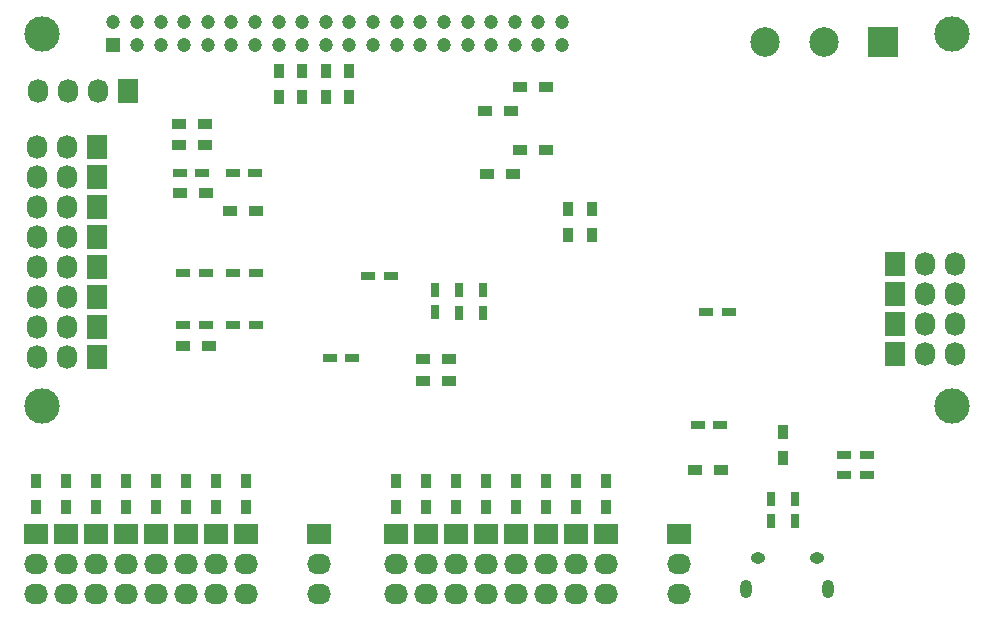
<source format=gbs>
G04 #@! TF.FileFunction,Soldermask,Bot*
%FSLAX46Y46*%
G04 Gerber Fmt 4.6, Leading zero omitted, Abs format (unit mm)*
G04 Created by KiCad (PCBNEW (2015-11-11 BZR 6310)-product) date Thu 17 Dec 2015 09:11:31 PM CST*
%MOMM*%
G01*
G04 APERTURE LIST*
%ADD10C,0.100000*%
%ADD11C,3.000000*%
%ADD12R,1.727200X2.032000*%
%ADD13O,1.727200X2.032000*%
%ADD14O,1.250000X0.950000*%
%ADD15O,1.000000X1.550000*%
%ADD16R,2.032000X1.727200*%
%ADD17O,2.032000X1.727200*%
%ADD18R,0.900000X1.200000*%
%ADD19R,1.200000X0.900000*%
%ADD20R,0.750000X1.200000*%
%ADD21R,1.200000X0.750000*%
%ADD22C,2.500000*%
%ADD23R,2.500000X2.500000*%
%ADD24R,1.200000X1.200000*%
%ADD25C,1.200000*%
G04 APERTURE END LIST*
D10*
D11*
X188100000Y-111500000D03*
X111100000Y-111500000D03*
X188100000Y-80000000D03*
X111100000Y-80000000D03*
D12*
X183300000Y-99520000D03*
D13*
X185840000Y-99520000D03*
X188380000Y-99520000D03*
D12*
X183300000Y-102060000D03*
D13*
X185840000Y-102060000D03*
X188380000Y-102060000D03*
D12*
X183300000Y-104600000D03*
D13*
X185840000Y-104600000D03*
X188380000Y-104600000D03*
D12*
X183300000Y-107140000D03*
D13*
X185840000Y-107140000D03*
X188380000Y-107140000D03*
D12*
X115736000Y-89614000D03*
D13*
X113196000Y-89614000D03*
X110656000Y-89614000D03*
D12*
X115736000Y-92154000D03*
D13*
X113196000Y-92154000D03*
X110656000Y-92154000D03*
D12*
X115736000Y-94694000D03*
D13*
X113196000Y-94694000D03*
X110656000Y-94694000D03*
D12*
X115736000Y-97234000D03*
D13*
X113196000Y-97234000D03*
X110656000Y-97234000D03*
D12*
X115736000Y-99774000D03*
D13*
X113196000Y-99774000D03*
X110656000Y-99774000D03*
D12*
X115736000Y-102314000D03*
D13*
X113196000Y-102314000D03*
X110656000Y-102314000D03*
D12*
X115736000Y-104854000D03*
D13*
X113196000Y-104854000D03*
X110656000Y-104854000D03*
D12*
X115736000Y-107394000D03*
D13*
X113196000Y-107394000D03*
X110656000Y-107394000D03*
D14*
X171655100Y-124373460D03*
X176655100Y-124373460D03*
D15*
X170655100Y-127073460D03*
X177655100Y-127073460D03*
D16*
X110529000Y-122380000D03*
D17*
X110529000Y-124920000D03*
X110529000Y-127460000D03*
D16*
X113069000Y-122380000D03*
D17*
X113069000Y-124920000D03*
X113069000Y-127460000D03*
D16*
X115609000Y-122380000D03*
D17*
X115609000Y-124920000D03*
X115609000Y-127460000D03*
D16*
X118149000Y-122380000D03*
D17*
X118149000Y-124920000D03*
X118149000Y-127460000D03*
D16*
X120689000Y-122380000D03*
D17*
X120689000Y-124920000D03*
X120689000Y-127460000D03*
D16*
X123229000Y-122380000D03*
D17*
X123229000Y-124920000D03*
X123229000Y-127460000D03*
D16*
X125769000Y-122380000D03*
D17*
X125769000Y-124920000D03*
X125769000Y-127460000D03*
D16*
X128309000Y-122380000D03*
D17*
X128309000Y-124920000D03*
X128309000Y-127460000D03*
D16*
X141009000Y-122380000D03*
D17*
X141009000Y-124920000D03*
X141009000Y-127460000D03*
D16*
X143549000Y-122380000D03*
D17*
X143549000Y-124920000D03*
X143549000Y-127460000D03*
D16*
X146089000Y-122380000D03*
D17*
X146089000Y-124920000D03*
X146089000Y-127460000D03*
D16*
X148629000Y-122380000D03*
D17*
X148629000Y-124920000D03*
X148629000Y-127460000D03*
D16*
X151169000Y-122380000D03*
D17*
X151169000Y-124920000D03*
X151169000Y-127460000D03*
D16*
X153709000Y-122380000D03*
D17*
X153709000Y-124920000D03*
X153709000Y-127460000D03*
D16*
X156249000Y-122380000D03*
D17*
X156249000Y-124920000D03*
X156249000Y-127460000D03*
D16*
X158789000Y-122380000D03*
D17*
X158789000Y-124920000D03*
X158789000Y-127460000D03*
D18*
X131090000Y-85380000D03*
X131090000Y-83180000D03*
X133100000Y-85380000D03*
X133100000Y-83180000D03*
X173810000Y-113700000D03*
X173810000Y-115900000D03*
X135090000Y-85380000D03*
X135090000Y-83180000D03*
X137100000Y-85380000D03*
X137100000Y-83180000D03*
D19*
X148746000Y-91904000D03*
X150946000Y-91904000D03*
X148596000Y-86594000D03*
X150796000Y-86594000D03*
X153720000Y-89880000D03*
X151520000Y-89880000D03*
X145550000Y-107570000D03*
X143350000Y-107570000D03*
X145550000Y-109410000D03*
X143350000Y-109410000D03*
D18*
X110529000Y-120051000D03*
X110529000Y-117851000D03*
X113069000Y-120051000D03*
X113069000Y-117851000D03*
D19*
X123010000Y-106500000D03*
X125210000Y-106500000D03*
X122730000Y-93490000D03*
X124930000Y-93490000D03*
X124860000Y-87650000D03*
X122660000Y-87650000D03*
X124880000Y-89430000D03*
X122680000Y-89430000D03*
X126980000Y-95070000D03*
X129180000Y-95070000D03*
D18*
X115609000Y-120051000D03*
X115609000Y-117851000D03*
X118149000Y-120051000D03*
X118149000Y-117851000D03*
X120689000Y-120051000D03*
X120689000Y-117851000D03*
X123229000Y-120051000D03*
X123229000Y-117851000D03*
X125769000Y-120051000D03*
X125769000Y-117851000D03*
X128309000Y-120051000D03*
X128309000Y-117851000D03*
X141009000Y-120051000D03*
X141009000Y-117851000D03*
X143549000Y-120051000D03*
X143549000Y-117851000D03*
X146089000Y-120051000D03*
X146089000Y-117851000D03*
X148629000Y-120051000D03*
X148629000Y-117851000D03*
X151169000Y-120051000D03*
X151169000Y-117851000D03*
X153709000Y-120051000D03*
X153709000Y-117851000D03*
X156249000Y-120051000D03*
X156249000Y-117851000D03*
X158789000Y-120051000D03*
X158789000Y-117851000D03*
D16*
X134532000Y-122380000D03*
D17*
X134532000Y-124920000D03*
X134532000Y-127460000D03*
D16*
X165012000Y-122380000D03*
D17*
X165012000Y-124920000D03*
X165012000Y-127460000D03*
D18*
X157660000Y-94870000D03*
X157660000Y-97070000D03*
X155614000Y-94864000D03*
X155614000Y-97064000D03*
D20*
X172802000Y-121298000D03*
X172802000Y-119398000D03*
X174834000Y-121298000D03*
X174834000Y-119398000D03*
D21*
X168490000Y-113160000D03*
X166590000Y-113160000D03*
D19*
X153740000Y-84570000D03*
X151540000Y-84570000D03*
D21*
X129170000Y-104680000D03*
X127270000Y-104680000D03*
X129130000Y-91810000D03*
X127230000Y-91810000D03*
D20*
X144330000Y-103620000D03*
X144330000Y-101720000D03*
D21*
X140578000Y-100572000D03*
X138678000Y-100572000D03*
X137340000Y-107490000D03*
X135440000Y-107490000D03*
X169200000Y-103600000D03*
X167300000Y-103600000D03*
X123010000Y-104690000D03*
X124910000Y-104690000D03*
X122750000Y-91810000D03*
X124650000Y-91810000D03*
X123010000Y-100270000D03*
X124910000Y-100270000D03*
X129170000Y-100270000D03*
X127270000Y-100270000D03*
D12*
X118310000Y-84890000D03*
D13*
X115770000Y-84890000D03*
X113230000Y-84890000D03*
X110690000Y-84890000D03*
D22*
X172284000Y-80724000D03*
D23*
X182284000Y-80724000D03*
D22*
X177284000Y-80724000D03*
D21*
X179010000Y-117400000D03*
X180910000Y-117400000D03*
X179010000Y-115720000D03*
X180910000Y-115720000D03*
D19*
X168540000Y-116980000D03*
X166340000Y-116980000D03*
D24*
X117100000Y-81000000D03*
D25*
X117100000Y-79000000D03*
X119100000Y-81000000D03*
X119100000Y-79000000D03*
X121100000Y-81000000D03*
X121100000Y-79000000D03*
X123100000Y-81000000D03*
X123100000Y-79000000D03*
X125100000Y-81000000D03*
X125100000Y-79000000D03*
X127100000Y-81000000D03*
X127100000Y-79000000D03*
X129100000Y-81000000D03*
X129100000Y-79000000D03*
X131100000Y-81000000D03*
X131100000Y-79000000D03*
X133100000Y-81000000D03*
X133100000Y-79000000D03*
X135100000Y-81000000D03*
X135100000Y-79000000D03*
X137100000Y-81000000D03*
X137100000Y-79000000D03*
X139100000Y-81000000D03*
X139100000Y-79000000D03*
X141100000Y-81000000D03*
X141100000Y-79000000D03*
X143100000Y-81000000D03*
X143100000Y-79000000D03*
X145100000Y-81000000D03*
X145100000Y-79000000D03*
X147100000Y-81000000D03*
X147100000Y-79000000D03*
X149100000Y-81000000D03*
X149100000Y-79000000D03*
X151100000Y-81000000D03*
X151100000Y-79000000D03*
X153100000Y-81000000D03*
X153100000Y-79000000D03*
X155100000Y-81000000D03*
X155100000Y-79000000D03*
D20*
X148419000Y-101737000D03*
X148419000Y-103637000D03*
X146387000Y-103637000D03*
X146387000Y-101737000D03*
M02*

</source>
